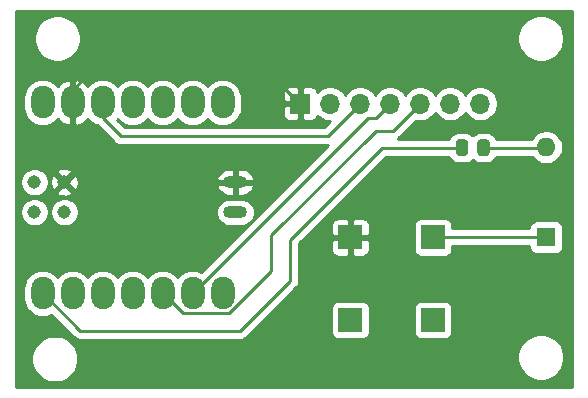
<source format=gbr>
%TF.GenerationSoftware,KiCad,Pcbnew,(5.1.9)-1*%
%TF.CreationDate,2021-06-20T17:52:24+02:00*%
%TF.ProjectId,Air-Quality,4169722d-5175-4616-9c69-74792e6b6963,rev?*%
%TF.SameCoordinates,Original*%
%TF.FileFunction,Copper,L1,Top*%
%TF.FilePolarity,Positive*%
%FSLAX46Y46*%
G04 Gerber Fmt 4.6, Leading zero omitted, Abs format (unit mm)*
G04 Created by KiCad (PCBNEW (5.1.9)-1) date 2021-06-20 17:52:24*
%MOMM*%
%LPD*%
G01*
G04 APERTURE LIST*
%TA.AperFunction,ComponentPad*%
%ADD10R,1.600000X1.600000*%
%TD*%
%TA.AperFunction,ComponentPad*%
%ADD11O,1.600000X1.600000*%
%TD*%
%TA.AperFunction,SMDPad,CuDef*%
%ADD12C,1.143000*%
%TD*%
%TA.AperFunction,SMDPad,CuDef*%
%ADD13O,2.032000X1.016000*%
%TD*%
%TA.AperFunction,SMDPad,CuDef*%
%ADD14O,1.998980X2.748280*%
%TD*%
%TA.AperFunction,SMDPad,CuDef*%
%ADD15R,2.000000X2.000000*%
%TD*%
%TA.AperFunction,ComponentPad*%
%ADD16R,1.700000X1.700000*%
%TD*%
%TA.AperFunction,ComponentPad*%
%ADD17O,1.700000X1.700000*%
%TD*%
%TA.AperFunction,Conductor*%
%ADD18C,0.250000*%
%TD*%
%TA.AperFunction,Conductor*%
%ADD19C,0.254000*%
%TD*%
%TA.AperFunction,Conductor*%
%ADD20C,0.100000*%
%TD*%
G04 APERTURE END LIST*
D10*
%TO.P,SW2,1*%
%TO.N,Net-(BZ1-Pad1)*%
X158153100Y-49949100D03*
D11*
%TO.P,SW2,2*%
%TO.N,Net-(R7-Pad2)*%
X158153100Y-42329100D03*
%TD*%
D12*
%TO.P,U1,20*%
%TO.N,GND*%
X117365213Y-45285597D03*
%TO.P,U1,19*%
%TO.N,Net-(U1-Pad19)*%
X117365213Y-47825597D03*
%TO.P,U1,18*%
%TO.N,Net-(U1-Pad18)*%
X114825213Y-45285597D03*
%TO.P,U1,17*%
%TO.N,Net-(U1-Pad17)*%
X114825213Y-47825597D03*
D13*
%TO.P,U1,16*%
%TO.N,GND*%
X131829400Y-45274400D03*
%TO.P,U1,15*%
%TO.N,Net-(U1-Pad15)*%
X131829400Y-47824400D03*
D14*
%TO.P,U1,1*%
%TO.N,Net-(R7-Pad1)*%
X115511580Y-54691280D03*
%TO.P,U1,2*%
%TO.N,Net-(U1-Pad2)*%
X118051580Y-54691280D03*
%TO.P,U1,3*%
%TO.N,Net-(U1-Pad3)*%
X120591580Y-54691280D03*
%TO.P,U1,4*%
%TO.N,Net-(U1-Pad4)*%
X123131580Y-54691280D03*
%TO.P,U1,5*%
%TO.N,/SDA*%
X125671580Y-54691280D03*
%TO.P,U1,6*%
%TO.N,/SCL*%
X128211580Y-54691280D03*
%TO.P,U1,7*%
%TO.N,Net-(U1-Pad7)*%
X130751580Y-54691280D03*
%TO.P,U1,8*%
%TO.N,Net-(U1-Pad8)*%
X130751580Y-38526720D03*
%TO.P,U1,9*%
%TO.N,Net-(U1-Pad9)*%
X128211580Y-38526720D03*
%TO.P,U1,10*%
%TO.N,Net-(U1-Pad10)*%
X125671580Y-38526720D03*
%TO.P,U1,11*%
%TO.N,Net-(U1-Pad11)*%
X123131580Y-38526720D03*
%TO.P,U1,12*%
%TO.N,+3V3*%
X120591580Y-38526720D03*
%TO.P,U1,13*%
%TO.N,GND*%
X118051580Y-38526720D03*
%TO.P,U1,14*%
%TO.N,Net-(U1-Pad14)*%
X115511580Y-38526720D03*
%TD*%
D15*
%TO.P,BZ1,4*%
%TO.N,N/C*%
X148572100Y-56954300D03*
%TO.P,BZ1,3*%
X141572100Y-56954300D03*
%TO.P,BZ1,2*%
%TO.N,GND*%
X141572100Y-49954300D03*
%TO.P,BZ1,1*%
%TO.N,Net-(BZ1-Pad1)*%
X148572100Y-49954300D03*
%TD*%
D16*
%TO.P,J1,1*%
%TO.N,GND*%
X137325100Y-38633400D03*
D17*
%TO.P,J1,2*%
%TO.N,Net-(J1-Pad2)*%
X139865100Y-38633400D03*
%TO.P,J1,3*%
%TO.N,+3V3*%
X142405100Y-38633400D03*
%TO.P,J1,4*%
%TO.N,/SCL*%
X144945100Y-38633400D03*
%TO.P,J1,5*%
%TO.N,/SDA*%
X147485100Y-38633400D03*
%TO.P,J1,6*%
%TO.N,Net-(J1-Pad6)*%
X150025100Y-38633400D03*
%TO.P,J1,7*%
%TO.N,Net-(J1-Pad7)*%
X152565100Y-38633400D03*
%TD*%
%TO.P,R7,1*%
%TO.N,Net-(R7-Pad1)*%
%TA.AperFunction,SMDPad,CuDef*%
G36*
G01*
X150505100Y-42804501D02*
X150505100Y-41904499D01*
G75*
G02*
X150755099Y-41654500I249999J0D01*
G01*
X151280101Y-41654500D01*
G75*
G02*
X151530100Y-41904499I0J-249999D01*
G01*
X151530100Y-42804501D01*
G75*
G02*
X151280101Y-43054500I-249999J0D01*
G01*
X150755099Y-43054500D01*
G75*
G02*
X150505100Y-42804501I0J249999D01*
G01*
G37*
%TD.AperFunction*%
%TO.P,R7,2*%
%TO.N,Net-(R7-Pad2)*%
%TA.AperFunction,SMDPad,CuDef*%
G36*
G01*
X152330100Y-42804501D02*
X152330100Y-41904499D01*
G75*
G02*
X152580099Y-41654500I249999J0D01*
G01*
X153105101Y-41654500D01*
G75*
G02*
X153355100Y-41904499I0J-249999D01*
G01*
X153355100Y-42804501D01*
G75*
G02*
X153105101Y-43054500I-249999J0D01*
G01*
X152580099Y-43054500D01*
G75*
G02*
X152330100Y-42804501I0J249999D01*
G01*
G37*
%TD.AperFunction*%
%TD*%
D18*
%TO.N,Net-(BZ1-Pad1)*%
X158147900Y-49954300D02*
X158153100Y-49949100D01*
X148572100Y-49954300D02*
X158147900Y-49954300D01*
%TO.N,GND*%
X118051580Y-38526720D02*
X118051580Y-37434520D01*
X118051580Y-37434520D02*
X119735600Y-35750500D01*
X134442200Y-35750500D02*
X137325100Y-38633400D01*
X119735600Y-35750500D02*
X134442200Y-35750500D01*
%TO.N,+3V3*%
X120591580Y-38526720D02*
X120591580Y-39857680D01*
X120591580Y-39857680D02*
X122135900Y-41402000D01*
X139636500Y-41402000D02*
X142405100Y-38633400D01*
X122135900Y-41402000D02*
X139636500Y-41402000D01*
%TO.N,/SCL*%
X143094459Y-39808401D02*
X128211580Y-54691280D01*
X143770099Y-39808401D02*
X143094459Y-39808401D01*
X144945100Y-38633400D02*
X143770099Y-39808401D01*
%TO.N,/SDA*%
X131300205Y-56390430D02*
X134886700Y-52803935D01*
X127370730Y-56390430D02*
X131300205Y-56390430D01*
X125671580Y-54691280D02*
X127370730Y-56390430D01*
X134886700Y-52803935D02*
X134886700Y-49771300D01*
X134886700Y-49771300D02*
X143713200Y-40944800D01*
X145173700Y-40944800D02*
X147485100Y-38633400D01*
X143713200Y-40944800D02*
X145173700Y-40944800D01*
%TO.N,Net-(R7-Pad1)*%
X115511580Y-54691280D02*
X118681500Y-57861200D01*
X118681500Y-57861200D02*
X132257800Y-57861200D01*
X132257800Y-57861200D02*
X136486900Y-53632100D01*
X136486900Y-53632100D02*
X136486900Y-50139600D01*
X144272000Y-42354500D02*
X151017600Y-42354500D01*
X136486900Y-50139600D02*
X144272000Y-42354500D01*
%TO.N,Net-(R7-Pad2)*%
X158127700Y-42354500D02*
X158153100Y-42329100D01*
X152842600Y-42354500D02*
X158127700Y-42354500D01*
%TD*%
D19*
%TO.N,GND*%
X160376000Y-62624100D02*
X113220100Y-62624100D01*
X113220100Y-60053295D01*
X114562900Y-60053295D01*
X114562900Y-60444305D01*
X114639182Y-60827803D01*
X114788815Y-61189050D01*
X115006049Y-61514164D01*
X115282536Y-61790651D01*
X115607650Y-62007885D01*
X115968897Y-62157518D01*
X116352395Y-62233800D01*
X116743405Y-62233800D01*
X117126903Y-62157518D01*
X117488150Y-62007885D01*
X117813264Y-61790651D01*
X118089751Y-61514164D01*
X118306985Y-61189050D01*
X118456618Y-60827803D01*
X118532900Y-60444305D01*
X118532900Y-60053295D01*
X118505113Y-59913595D01*
X155710900Y-59913595D01*
X155710900Y-60304605D01*
X155787182Y-60688103D01*
X155936815Y-61049350D01*
X156154049Y-61374464D01*
X156430536Y-61650951D01*
X156755650Y-61868185D01*
X157116897Y-62017818D01*
X157500395Y-62094100D01*
X157891405Y-62094100D01*
X158274903Y-62017818D01*
X158636150Y-61868185D01*
X158961264Y-61650951D01*
X159237751Y-61374464D01*
X159454985Y-61049350D01*
X159604618Y-60688103D01*
X159680900Y-60304605D01*
X159680900Y-59913595D01*
X159604618Y-59530097D01*
X159454985Y-59168850D01*
X159237751Y-58843736D01*
X158961264Y-58567249D01*
X158636150Y-58350015D01*
X158274903Y-58200382D01*
X157891405Y-58124100D01*
X157500395Y-58124100D01*
X157116897Y-58200382D01*
X156755650Y-58350015D01*
X156430536Y-58567249D01*
X156154049Y-58843736D01*
X155936815Y-59168850D01*
X155787182Y-59530097D01*
X155710900Y-59913595D01*
X118505113Y-59913595D01*
X118456618Y-59669797D01*
X118306985Y-59308550D01*
X118089751Y-58983436D01*
X117813264Y-58706949D01*
X117488150Y-58489715D01*
X117126903Y-58340082D01*
X116743405Y-58263800D01*
X116352395Y-58263800D01*
X115968897Y-58340082D01*
X115607650Y-58489715D01*
X115282536Y-58706949D01*
X115006049Y-58983436D01*
X114788815Y-59308550D01*
X114639182Y-59669797D01*
X114562900Y-60053295D01*
X113220100Y-60053295D01*
X113220100Y-54236339D01*
X113877090Y-54236339D01*
X113877090Y-55146222D01*
X113900740Y-55386346D01*
X113994202Y-55694449D01*
X114145976Y-55978397D01*
X114350230Y-56227281D01*
X114599114Y-56431534D01*
X114883062Y-56583308D01*
X115191165Y-56676770D01*
X115511580Y-56708328D01*
X115831996Y-56676770D01*
X116140099Y-56583308D01*
X116263075Y-56517576D01*
X118117701Y-58372203D01*
X118141499Y-58401201D01*
X118257224Y-58496174D01*
X118389253Y-58566746D01*
X118532514Y-58610203D01*
X118644167Y-58621200D01*
X118644177Y-58621200D01*
X118681500Y-58624876D01*
X118718823Y-58621200D01*
X132220478Y-58621200D01*
X132257800Y-58624876D01*
X132295122Y-58621200D01*
X132295133Y-58621200D01*
X132406786Y-58610203D01*
X132550047Y-58566746D01*
X132682076Y-58496174D01*
X132797801Y-58401201D01*
X132821604Y-58372197D01*
X135239501Y-55954300D01*
X139934028Y-55954300D01*
X139934028Y-57954300D01*
X139946288Y-58078782D01*
X139982598Y-58198480D01*
X140041563Y-58308794D01*
X140120915Y-58405485D01*
X140217606Y-58484837D01*
X140327920Y-58543802D01*
X140447618Y-58580112D01*
X140572100Y-58592372D01*
X142572100Y-58592372D01*
X142696582Y-58580112D01*
X142816280Y-58543802D01*
X142926594Y-58484837D01*
X143023285Y-58405485D01*
X143102637Y-58308794D01*
X143161602Y-58198480D01*
X143197912Y-58078782D01*
X143210172Y-57954300D01*
X143210172Y-55954300D01*
X146934028Y-55954300D01*
X146934028Y-57954300D01*
X146946288Y-58078782D01*
X146982598Y-58198480D01*
X147041563Y-58308794D01*
X147120915Y-58405485D01*
X147217606Y-58484837D01*
X147327920Y-58543802D01*
X147447618Y-58580112D01*
X147572100Y-58592372D01*
X149572100Y-58592372D01*
X149696582Y-58580112D01*
X149816280Y-58543802D01*
X149926594Y-58484837D01*
X150023285Y-58405485D01*
X150102637Y-58308794D01*
X150161602Y-58198480D01*
X150197912Y-58078782D01*
X150210172Y-57954300D01*
X150210172Y-55954300D01*
X150197912Y-55829818D01*
X150161602Y-55710120D01*
X150102637Y-55599806D01*
X150023285Y-55503115D01*
X149926594Y-55423763D01*
X149816280Y-55364798D01*
X149696582Y-55328488D01*
X149572100Y-55316228D01*
X147572100Y-55316228D01*
X147447618Y-55328488D01*
X147327920Y-55364798D01*
X147217606Y-55423763D01*
X147120915Y-55503115D01*
X147041563Y-55599806D01*
X146982598Y-55710120D01*
X146946288Y-55829818D01*
X146934028Y-55954300D01*
X143210172Y-55954300D01*
X143197912Y-55829818D01*
X143161602Y-55710120D01*
X143102637Y-55599806D01*
X143023285Y-55503115D01*
X142926594Y-55423763D01*
X142816280Y-55364798D01*
X142696582Y-55328488D01*
X142572100Y-55316228D01*
X140572100Y-55316228D01*
X140447618Y-55328488D01*
X140327920Y-55364798D01*
X140217606Y-55423763D01*
X140120915Y-55503115D01*
X140041563Y-55599806D01*
X139982598Y-55710120D01*
X139946288Y-55829818D01*
X139934028Y-55954300D01*
X135239501Y-55954300D01*
X136997904Y-54195898D01*
X137026901Y-54172101D01*
X137121874Y-54056376D01*
X137192446Y-53924347D01*
X137235903Y-53781086D01*
X137246900Y-53669433D01*
X137246900Y-53669432D01*
X137250577Y-53632100D01*
X137246900Y-53594767D01*
X137246900Y-50954300D01*
X139934028Y-50954300D01*
X139946288Y-51078782D01*
X139982598Y-51198480D01*
X140041563Y-51308794D01*
X140120915Y-51405485D01*
X140217606Y-51484837D01*
X140327920Y-51543802D01*
X140447618Y-51580112D01*
X140572100Y-51592372D01*
X141286350Y-51589300D01*
X141445100Y-51430550D01*
X141445100Y-50081300D01*
X141699100Y-50081300D01*
X141699100Y-51430550D01*
X141857850Y-51589300D01*
X142572100Y-51592372D01*
X142696582Y-51580112D01*
X142816280Y-51543802D01*
X142926594Y-51484837D01*
X143023285Y-51405485D01*
X143102637Y-51308794D01*
X143161602Y-51198480D01*
X143197912Y-51078782D01*
X143210172Y-50954300D01*
X143207100Y-50240050D01*
X143048350Y-50081300D01*
X141699100Y-50081300D01*
X141445100Y-50081300D01*
X140095850Y-50081300D01*
X139937100Y-50240050D01*
X139934028Y-50954300D01*
X137246900Y-50954300D01*
X137246900Y-50454401D01*
X138747001Y-48954300D01*
X139934028Y-48954300D01*
X139937100Y-49668550D01*
X140095850Y-49827300D01*
X141445100Y-49827300D01*
X141445100Y-48478050D01*
X141699100Y-48478050D01*
X141699100Y-49827300D01*
X143048350Y-49827300D01*
X143207100Y-49668550D01*
X143210172Y-48954300D01*
X146934028Y-48954300D01*
X146934028Y-50954300D01*
X146946288Y-51078782D01*
X146982598Y-51198480D01*
X147041563Y-51308794D01*
X147120915Y-51405485D01*
X147217606Y-51484837D01*
X147327920Y-51543802D01*
X147447618Y-51580112D01*
X147572100Y-51592372D01*
X149572100Y-51592372D01*
X149696582Y-51580112D01*
X149816280Y-51543802D01*
X149926594Y-51484837D01*
X150023285Y-51405485D01*
X150102637Y-51308794D01*
X150161602Y-51198480D01*
X150197912Y-51078782D01*
X150210172Y-50954300D01*
X150210172Y-50714300D01*
X156715028Y-50714300D01*
X156715028Y-50749100D01*
X156727288Y-50873582D01*
X156763598Y-50993280D01*
X156822563Y-51103594D01*
X156901915Y-51200285D01*
X156998606Y-51279637D01*
X157108920Y-51338602D01*
X157228618Y-51374912D01*
X157353100Y-51387172D01*
X158953100Y-51387172D01*
X159077582Y-51374912D01*
X159197280Y-51338602D01*
X159307594Y-51279637D01*
X159404285Y-51200285D01*
X159483637Y-51103594D01*
X159542602Y-50993280D01*
X159578912Y-50873582D01*
X159591172Y-50749100D01*
X159591172Y-49149100D01*
X159578912Y-49024618D01*
X159542602Y-48904920D01*
X159483637Y-48794606D01*
X159404285Y-48697915D01*
X159307594Y-48618563D01*
X159197280Y-48559598D01*
X159077582Y-48523288D01*
X158953100Y-48511028D01*
X157353100Y-48511028D01*
X157228618Y-48523288D01*
X157108920Y-48559598D01*
X156998606Y-48618563D01*
X156901915Y-48697915D01*
X156822563Y-48794606D01*
X156763598Y-48904920D01*
X156727288Y-49024618D01*
X156715028Y-49149100D01*
X156715028Y-49194300D01*
X150210172Y-49194300D01*
X150210172Y-48954300D01*
X150197912Y-48829818D01*
X150161602Y-48710120D01*
X150102637Y-48599806D01*
X150023285Y-48503115D01*
X149926594Y-48423763D01*
X149816280Y-48364798D01*
X149696582Y-48328488D01*
X149572100Y-48316228D01*
X147572100Y-48316228D01*
X147447618Y-48328488D01*
X147327920Y-48364798D01*
X147217606Y-48423763D01*
X147120915Y-48503115D01*
X147041563Y-48599806D01*
X146982598Y-48710120D01*
X146946288Y-48829818D01*
X146934028Y-48954300D01*
X143210172Y-48954300D01*
X143197912Y-48829818D01*
X143161602Y-48710120D01*
X143102637Y-48599806D01*
X143023285Y-48503115D01*
X142926594Y-48423763D01*
X142816280Y-48364798D01*
X142696582Y-48328488D01*
X142572100Y-48316228D01*
X141857850Y-48319300D01*
X141699100Y-48478050D01*
X141445100Y-48478050D01*
X141286350Y-48319300D01*
X140572100Y-48316228D01*
X140447618Y-48328488D01*
X140327920Y-48364798D01*
X140217606Y-48423763D01*
X140120915Y-48503115D01*
X140041563Y-48599806D01*
X139982598Y-48710120D01*
X139946288Y-48829818D01*
X139934028Y-48954300D01*
X138747001Y-48954300D01*
X144586802Y-43114500D01*
X149925573Y-43114500D01*
X149934628Y-43144351D01*
X150016695Y-43297887D01*
X150127138Y-43432462D01*
X150261713Y-43542905D01*
X150415249Y-43624972D01*
X150581845Y-43675508D01*
X150755099Y-43692572D01*
X151280101Y-43692572D01*
X151453355Y-43675508D01*
X151619951Y-43624972D01*
X151773487Y-43542905D01*
X151908062Y-43432462D01*
X151930100Y-43405609D01*
X151952138Y-43432462D01*
X152086713Y-43542905D01*
X152240249Y-43624972D01*
X152406845Y-43675508D01*
X152580099Y-43692572D01*
X153105101Y-43692572D01*
X153278355Y-43675508D01*
X153444951Y-43624972D01*
X153598487Y-43542905D01*
X153733062Y-43432462D01*
X153843505Y-43297887D01*
X153925572Y-43144351D01*
X153934627Y-43114500D01*
X156952028Y-43114500D01*
X157038463Y-43243859D01*
X157238341Y-43443737D01*
X157473373Y-43600780D01*
X157734526Y-43708953D01*
X158011765Y-43764100D01*
X158294435Y-43764100D01*
X158571674Y-43708953D01*
X158832827Y-43600780D01*
X159067859Y-43443737D01*
X159267737Y-43243859D01*
X159424780Y-43008827D01*
X159532953Y-42747674D01*
X159588100Y-42470435D01*
X159588100Y-42187765D01*
X159532953Y-41910526D01*
X159424780Y-41649373D01*
X159267737Y-41414341D01*
X159067859Y-41214463D01*
X158832827Y-41057420D01*
X158571674Y-40949247D01*
X158294435Y-40894100D01*
X158011765Y-40894100D01*
X157734526Y-40949247D01*
X157473373Y-41057420D01*
X157238341Y-41214463D01*
X157038463Y-41414341D01*
X156918085Y-41594500D01*
X153934627Y-41594500D01*
X153925572Y-41564649D01*
X153843505Y-41411113D01*
X153733062Y-41276538D01*
X153598487Y-41166095D01*
X153444951Y-41084028D01*
X153278355Y-41033492D01*
X153105101Y-41016428D01*
X152580099Y-41016428D01*
X152406845Y-41033492D01*
X152240249Y-41084028D01*
X152086713Y-41166095D01*
X151952138Y-41276538D01*
X151930100Y-41303391D01*
X151908062Y-41276538D01*
X151773487Y-41166095D01*
X151619951Y-41084028D01*
X151453355Y-41033492D01*
X151280101Y-41016428D01*
X150755099Y-41016428D01*
X150581845Y-41033492D01*
X150415249Y-41084028D01*
X150261713Y-41166095D01*
X150127138Y-41276538D01*
X150016695Y-41411113D01*
X149934628Y-41564649D01*
X149925573Y-41594500D01*
X145570426Y-41594500D01*
X145597976Y-41579774D01*
X145713701Y-41484801D01*
X145737504Y-41455797D01*
X147118692Y-40074610D01*
X147338840Y-40118400D01*
X147631360Y-40118400D01*
X147918258Y-40061332D01*
X148188511Y-39949390D01*
X148431732Y-39786875D01*
X148638575Y-39580032D01*
X148755100Y-39405640D01*
X148871625Y-39580032D01*
X149078468Y-39786875D01*
X149321689Y-39949390D01*
X149591942Y-40061332D01*
X149878840Y-40118400D01*
X150171360Y-40118400D01*
X150458258Y-40061332D01*
X150728511Y-39949390D01*
X150971732Y-39786875D01*
X151178575Y-39580032D01*
X151295100Y-39405640D01*
X151411625Y-39580032D01*
X151618468Y-39786875D01*
X151861689Y-39949390D01*
X152131942Y-40061332D01*
X152418840Y-40118400D01*
X152711360Y-40118400D01*
X152998258Y-40061332D01*
X153268511Y-39949390D01*
X153511732Y-39786875D01*
X153718575Y-39580032D01*
X153881090Y-39336811D01*
X153993032Y-39066558D01*
X154050100Y-38779660D01*
X154050100Y-38487140D01*
X153993032Y-38200242D01*
X153881090Y-37929989D01*
X153718575Y-37686768D01*
X153511732Y-37479925D01*
X153268511Y-37317410D01*
X152998258Y-37205468D01*
X152711360Y-37148400D01*
X152418840Y-37148400D01*
X152131942Y-37205468D01*
X151861689Y-37317410D01*
X151618468Y-37479925D01*
X151411625Y-37686768D01*
X151295100Y-37861160D01*
X151178575Y-37686768D01*
X150971732Y-37479925D01*
X150728511Y-37317410D01*
X150458258Y-37205468D01*
X150171360Y-37148400D01*
X149878840Y-37148400D01*
X149591942Y-37205468D01*
X149321689Y-37317410D01*
X149078468Y-37479925D01*
X148871625Y-37686768D01*
X148755100Y-37861160D01*
X148638575Y-37686768D01*
X148431732Y-37479925D01*
X148188511Y-37317410D01*
X147918258Y-37205468D01*
X147631360Y-37148400D01*
X147338840Y-37148400D01*
X147051942Y-37205468D01*
X146781689Y-37317410D01*
X146538468Y-37479925D01*
X146331625Y-37686768D01*
X146215100Y-37861160D01*
X146098575Y-37686768D01*
X145891732Y-37479925D01*
X145648511Y-37317410D01*
X145378258Y-37205468D01*
X145091360Y-37148400D01*
X144798840Y-37148400D01*
X144511942Y-37205468D01*
X144241689Y-37317410D01*
X143998468Y-37479925D01*
X143791625Y-37686768D01*
X143675100Y-37861160D01*
X143558575Y-37686768D01*
X143351732Y-37479925D01*
X143108511Y-37317410D01*
X142838258Y-37205468D01*
X142551360Y-37148400D01*
X142258840Y-37148400D01*
X141971942Y-37205468D01*
X141701689Y-37317410D01*
X141458468Y-37479925D01*
X141251625Y-37686768D01*
X141135100Y-37861160D01*
X141018575Y-37686768D01*
X140811732Y-37479925D01*
X140568511Y-37317410D01*
X140298258Y-37205468D01*
X140011360Y-37148400D01*
X139718840Y-37148400D01*
X139431942Y-37205468D01*
X139161689Y-37317410D01*
X138918468Y-37479925D01*
X138786613Y-37611780D01*
X138764602Y-37539220D01*
X138705637Y-37428906D01*
X138626285Y-37332215D01*
X138529594Y-37252863D01*
X138419280Y-37193898D01*
X138299582Y-37157588D01*
X138175100Y-37145328D01*
X137610850Y-37148400D01*
X137452100Y-37307150D01*
X137452100Y-38506400D01*
X137472100Y-38506400D01*
X137472100Y-38760400D01*
X137452100Y-38760400D01*
X137452100Y-39959650D01*
X137610850Y-40118400D01*
X138175100Y-40121472D01*
X138299582Y-40109212D01*
X138419280Y-40072902D01*
X138529594Y-40013937D01*
X138626285Y-39934585D01*
X138705637Y-39837894D01*
X138764602Y-39727580D01*
X138786613Y-39655020D01*
X138918468Y-39786875D01*
X139161689Y-39949390D01*
X139431942Y-40061332D01*
X139718840Y-40118400D01*
X139845299Y-40118400D01*
X139321699Y-40642000D01*
X122450702Y-40642000D01*
X121806341Y-39997640D01*
X121861580Y-39930331D01*
X121970230Y-40062721D01*
X122219114Y-40266974D01*
X122503062Y-40418748D01*
X122811165Y-40512210D01*
X123131580Y-40543768D01*
X123451996Y-40512210D01*
X123760099Y-40418748D01*
X124044047Y-40266974D01*
X124292931Y-40062721D01*
X124401580Y-39930331D01*
X124510230Y-40062721D01*
X124759114Y-40266974D01*
X125043062Y-40418748D01*
X125351165Y-40512210D01*
X125671580Y-40543768D01*
X125991996Y-40512210D01*
X126300099Y-40418748D01*
X126584047Y-40266974D01*
X126832931Y-40062721D01*
X126941580Y-39930331D01*
X127050230Y-40062721D01*
X127299114Y-40266974D01*
X127583062Y-40418748D01*
X127891165Y-40512210D01*
X128211580Y-40543768D01*
X128531996Y-40512210D01*
X128840099Y-40418748D01*
X129124047Y-40266974D01*
X129372931Y-40062721D01*
X129481580Y-39930331D01*
X129590230Y-40062721D01*
X129839114Y-40266974D01*
X130123062Y-40418748D01*
X130431165Y-40512210D01*
X130751580Y-40543768D01*
X131071996Y-40512210D01*
X131380099Y-40418748D01*
X131664047Y-40266974D01*
X131912931Y-40062721D01*
X132117184Y-39813837D01*
X132268958Y-39529889D01*
X132283060Y-39483400D01*
X135837028Y-39483400D01*
X135849288Y-39607882D01*
X135885598Y-39727580D01*
X135944563Y-39837894D01*
X136023915Y-39934585D01*
X136120606Y-40013937D01*
X136230920Y-40072902D01*
X136350618Y-40109212D01*
X136475100Y-40121472D01*
X137039350Y-40118400D01*
X137198100Y-39959650D01*
X137198100Y-38760400D01*
X135998850Y-38760400D01*
X135840100Y-38919150D01*
X135837028Y-39483400D01*
X132283060Y-39483400D01*
X132362420Y-39221786D01*
X132386070Y-38981661D01*
X132386070Y-38071778D01*
X132362420Y-37831654D01*
X132347783Y-37783400D01*
X135837028Y-37783400D01*
X135840100Y-38347650D01*
X135998850Y-38506400D01*
X137198100Y-38506400D01*
X137198100Y-37307150D01*
X137039350Y-37148400D01*
X136475100Y-37145328D01*
X136350618Y-37157588D01*
X136230920Y-37193898D01*
X136120606Y-37252863D01*
X136023915Y-37332215D01*
X135944563Y-37428906D01*
X135885598Y-37539220D01*
X135849288Y-37658918D01*
X135837028Y-37783400D01*
X132347783Y-37783400D01*
X132268958Y-37523551D01*
X132117184Y-37239603D01*
X131912931Y-36990719D01*
X131664046Y-36786466D01*
X131380098Y-36634692D01*
X131071995Y-36541230D01*
X130751580Y-36509672D01*
X130431164Y-36541230D01*
X130123061Y-36634692D01*
X129839113Y-36786466D01*
X129590229Y-36990719D01*
X129481580Y-37123109D01*
X129372931Y-36990719D01*
X129124046Y-36786466D01*
X128840098Y-36634692D01*
X128531995Y-36541230D01*
X128211580Y-36509672D01*
X127891164Y-36541230D01*
X127583061Y-36634692D01*
X127299113Y-36786466D01*
X127050229Y-36990719D01*
X126941580Y-37123109D01*
X126832931Y-36990719D01*
X126584046Y-36786466D01*
X126300098Y-36634692D01*
X125991995Y-36541230D01*
X125671580Y-36509672D01*
X125351164Y-36541230D01*
X125043061Y-36634692D01*
X124759113Y-36786466D01*
X124510229Y-36990719D01*
X124401580Y-37123109D01*
X124292931Y-36990719D01*
X124044046Y-36786466D01*
X123760098Y-36634692D01*
X123451995Y-36541230D01*
X123131580Y-36509672D01*
X122811164Y-36541230D01*
X122503061Y-36634692D01*
X122219113Y-36786466D01*
X121970229Y-36990719D01*
X121861580Y-37123109D01*
X121752931Y-36990719D01*
X121504046Y-36786466D01*
X121220098Y-36634692D01*
X120911995Y-36541230D01*
X120591580Y-36509672D01*
X120271164Y-36541230D01*
X119963061Y-36634692D01*
X119679113Y-36786466D01*
X119430229Y-36990719D01*
X119323332Y-37120975D01*
X119117536Y-36906508D01*
X118854057Y-36722483D01*
X118559739Y-36593397D01*
X118431934Y-36562451D01*
X118178580Y-36681805D01*
X118178580Y-38399720D01*
X118198580Y-38399720D01*
X118198580Y-38653720D01*
X118178580Y-38653720D01*
X118178580Y-40371635D01*
X118431934Y-40490989D01*
X118559739Y-40460043D01*
X118854057Y-40330957D01*
X119117536Y-40146932D01*
X119323332Y-39932465D01*
X119430230Y-40062721D01*
X119679114Y-40266974D01*
X119963062Y-40418748D01*
X120127828Y-40468729D01*
X121572101Y-41913003D01*
X121595899Y-41942001D01*
X121711624Y-42036974D01*
X121843653Y-42107546D01*
X121986914Y-42151003D01*
X122098567Y-42162000D01*
X122098576Y-42162000D01*
X122135899Y-42165676D01*
X122173222Y-42162000D01*
X139599178Y-42162000D01*
X139636500Y-42165676D01*
X139665210Y-42162848D01*
X128963074Y-52864985D01*
X128840098Y-52799252D01*
X128531995Y-52705790D01*
X128211580Y-52674232D01*
X127891164Y-52705790D01*
X127583061Y-52799252D01*
X127299113Y-52951026D01*
X127050229Y-53155279D01*
X126941580Y-53287669D01*
X126832931Y-53155279D01*
X126584046Y-52951026D01*
X126300098Y-52799252D01*
X125991995Y-52705790D01*
X125671580Y-52674232D01*
X125351164Y-52705790D01*
X125043061Y-52799252D01*
X124759113Y-52951026D01*
X124510229Y-53155279D01*
X124401580Y-53287669D01*
X124292931Y-53155279D01*
X124044046Y-52951026D01*
X123760098Y-52799252D01*
X123451995Y-52705790D01*
X123131580Y-52674232D01*
X122811164Y-52705790D01*
X122503061Y-52799252D01*
X122219113Y-52951026D01*
X121970229Y-53155279D01*
X121861580Y-53287669D01*
X121752931Y-53155279D01*
X121504046Y-52951026D01*
X121220098Y-52799252D01*
X120911995Y-52705790D01*
X120591580Y-52674232D01*
X120271164Y-52705790D01*
X119963061Y-52799252D01*
X119679113Y-52951026D01*
X119430229Y-53155279D01*
X119321580Y-53287669D01*
X119212931Y-53155279D01*
X118964046Y-52951026D01*
X118680098Y-52799252D01*
X118371995Y-52705790D01*
X118051580Y-52674232D01*
X117731164Y-52705790D01*
X117423061Y-52799252D01*
X117139113Y-52951026D01*
X116890229Y-53155279D01*
X116781580Y-53287669D01*
X116672931Y-53155279D01*
X116424046Y-52951026D01*
X116140098Y-52799252D01*
X115831995Y-52705790D01*
X115511580Y-52674232D01*
X115191164Y-52705790D01*
X114883061Y-52799252D01*
X114599113Y-52951026D01*
X114350229Y-53155279D01*
X114145976Y-53404164D01*
X113994202Y-53688112D01*
X113900740Y-53996215D01*
X113877090Y-54236339D01*
X113220100Y-54236339D01*
X113220100Y-47706767D01*
X113618713Y-47706767D01*
X113618713Y-47944427D01*
X113665078Y-48177520D01*
X113756026Y-48397089D01*
X113888063Y-48594696D01*
X114056114Y-48762747D01*
X114253721Y-48894784D01*
X114473290Y-48985732D01*
X114706383Y-49032097D01*
X114944043Y-49032097D01*
X115177136Y-48985732D01*
X115396705Y-48894784D01*
X115594312Y-48762747D01*
X115762363Y-48594696D01*
X115894400Y-48397089D01*
X115985348Y-48177520D01*
X116031713Y-47944427D01*
X116031713Y-47706767D01*
X116158713Y-47706767D01*
X116158713Y-47944427D01*
X116205078Y-48177520D01*
X116296026Y-48397089D01*
X116428063Y-48594696D01*
X116596114Y-48762747D01*
X116793721Y-48894784D01*
X117013290Y-48985732D01*
X117246383Y-49032097D01*
X117484043Y-49032097D01*
X117717136Y-48985732D01*
X117936705Y-48894784D01*
X118134312Y-48762747D01*
X118302363Y-48594696D01*
X118434400Y-48397089D01*
X118525348Y-48177520D01*
X118571713Y-47944427D01*
X118571713Y-47824400D01*
X130172870Y-47824400D01*
X130194939Y-48048467D01*
X130260297Y-48263923D01*
X130366432Y-48462489D01*
X130509267Y-48636533D01*
X130683311Y-48779368D01*
X130881877Y-48885503D01*
X131097333Y-48950861D01*
X131265254Y-48967400D01*
X132393546Y-48967400D01*
X132561467Y-48950861D01*
X132776923Y-48885503D01*
X132975489Y-48779368D01*
X133149533Y-48636533D01*
X133292368Y-48462489D01*
X133398503Y-48263923D01*
X133463861Y-48048467D01*
X133485930Y-47824400D01*
X133463861Y-47600333D01*
X133398503Y-47384877D01*
X133292368Y-47186311D01*
X133149533Y-47012267D01*
X132975489Y-46869432D01*
X132776923Y-46763297D01*
X132561467Y-46697939D01*
X132393546Y-46681400D01*
X131265254Y-46681400D01*
X131097333Y-46697939D01*
X130881877Y-46763297D01*
X130683311Y-46869432D01*
X130509267Y-47012267D01*
X130366432Y-47186311D01*
X130260297Y-47384877D01*
X130194939Y-47600333D01*
X130172870Y-47824400D01*
X118571713Y-47824400D01*
X118571713Y-47706767D01*
X118525348Y-47473674D01*
X118434400Y-47254105D01*
X118302363Y-47056498D01*
X118134312Y-46888447D01*
X117936705Y-46756410D01*
X117717136Y-46665462D01*
X117484043Y-46619097D01*
X117246383Y-46619097D01*
X117013290Y-46665462D01*
X116793721Y-46756410D01*
X116596114Y-46888447D01*
X116428063Y-47056498D01*
X116296026Y-47254105D01*
X116205078Y-47473674D01*
X116158713Y-47706767D01*
X116031713Y-47706767D01*
X115985348Y-47473674D01*
X115894400Y-47254105D01*
X115762363Y-47056498D01*
X115594312Y-46888447D01*
X115396705Y-46756410D01*
X115177136Y-46665462D01*
X114944043Y-46619097D01*
X114706383Y-46619097D01*
X114473290Y-46665462D01*
X114253721Y-46756410D01*
X114056114Y-46888447D01*
X113888063Y-47056498D01*
X113756026Y-47254105D01*
X113665078Y-47473674D01*
X113618713Y-47706767D01*
X113220100Y-47706767D01*
X113220100Y-45166767D01*
X113618713Y-45166767D01*
X113618713Y-45404427D01*
X113665078Y-45637520D01*
X113756026Y-45857089D01*
X113888063Y-46054696D01*
X114056114Y-46222747D01*
X114253721Y-46354784D01*
X114473290Y-46445732D01*
X114706383Y-46492097D01*
X114944043Y-46492097D01*
X115177136Y-46445732D01*
X115396705Y-46354784D01*
X115594312Y-46222747D01*
X115702092Y-46114967D01*
X116715448Y-46114967D01*
X116759284Y-46335651D01*
X116975782Y-46433685D01*
X117207246Y-46487599D01*
X117444780Y-46495320D01*
X117679256Y-46456553D01*
X117901664Y-46372786D01*
X117971142Y-46335651D01*
X118014978Y-46114967D01*
X117365213Y-45465202D01*
X116715448Y-46114967D01*
X115702092Y-46114967D01*
X115762363Y-46054696D01*
X115894400Y-45857089D01*
X115985348Y-45637520D01*
X116031713Y-45404427D01*
X116031713Y-45365164D01*
X116155490Y-45365164D01*
X116194257Y-45599640D01*
X116278024Y-45822048D01*
X116315159Y-45891526D01*
X116535843Y-45935362D01*
X117185608Y-45285597D01*
X117544818Y-45285597D01*
X118194583Y-45935362D01*
X118415267Y-45891526D01*
X118513301Y-45675028D01*
X118536009Y-45577534D01*
X130219329Y-45577534D01*
X130300474Y-45803820D01*
X130423375Y-45992820D01*
X130580787Y-46154212D01*
X130766660Y-46281793D01*
X130973852Y-46370661D01*
X131194400Y-46417400D01*
X131702400Y-46417400D01*
X131702400Y-45401400D01*
X131956400Y-45401400D01*
X131956400Y-46417400D01*
X132464400Y-46417400D01*
X132684948Y-46370661D01*
X132892140Y-46281793D01*
X133078013Y-46154212D01*
X133235425Y-45992820D01*
X133358326Y-45803820D01*
X133439471Y-45577534D01*
X133313422Y-45401400D01*
X131956400Y-45401400D01*
X131702400Y-45401400D01*
X130345378Y-45401400D01*
X130219329Y-45577534D01*
X118536009Y-45577534D01*
X118567215Y-45443564D01*
X118574936Y-45206030D01*
X118536169Y-44971554D01*
X118536061Y-44971266D01*
X130219329Y-44971266D01*
X130345378Y-45147400D01*
X131702400Y-45147400D01*
X131702400Y-44131400D01*
X131956400Y-44131400D01*
X131956400Y-45147400D01*
X133313422Y-45147400D01*
X133439471Y-44971266D01*
X133358326Y-44744980D01*
X133235425Y-44555980D01*
X133078013Y-44394588D01*
X132892140Y-44267007D01*
X132684948Y-44178139D01*
X132464400Y-44131400D01*
X131956400Y-44131400D01*
X131702400Y-44131400D01*
X131194400Y-44131400D01*
X130973852Y-44178139D01*
X130766660Y-44267007D01*
X130580787Y-44394588D01*
X130423375Y-44555980D01*
X130300474Y-44744980D01*
X130219329Y-44971266D01*
X118536061Y-44971266D01*
X118452402Y-44749146D01*
X118415267Y-44679668D01*
X118194583Y-44635832D01*
X117544818Y-45285597D01*
X117185608Y-45285597D01*
X116535843Y-44635832D01*
X116315159Y-44679668D01*
X116217125Y-44896166D01*
X116163211Y-45127630D01*
X116155490Y-45365164D01*
X116031713Y-45365164D01*
X116031713Y-45166767D01*
X115985348Y-44933674D01*
X115894400Y-44714105D01*
X115762363Y-44516498D01*
X115702092Y-44456227D01*
X116715448Y-44456227D01*
X117365213Y-45105992D01*
X118014978Y-44456227D01*
X117971142Y-44235543D01*
X117754644Y-44137509D01*
X117523180Y-44083595D01*
X117285646Y-44075874D01*
X117051170Y-44114641D01*
X116828762Y-44198408D01*
X116759284Y-44235543D01*
X116715448Y-44456227D01*
X115702092Y-44456227D01*
X115594312Y-44348447D01*
X115396705Y-44216410D01*
X115177136Y-44125462D01*
X114944043Y-44079097D01*
X114706383Y-44079097D01*
X114473290Y-44125462D01*
X114253721Y-44216410D01*
X114056114Y-44348447D01*
X113888063Y-44516498D01*
X113756026Y-44714105D01*
X113665078Y-44933674D01*
X113618713Y-45166767D01*
X113220100Y-45166767D01*
X113220100Y-38071779D01*
X113877090Y-38071779D01*
X113877090Y-38981662D01*
X113900740Y-39221786D01*
X113994202Y-39529889D01*
X114145976Y-39813837D01*
X114350230Y-40062721D01*
X114599114Y-40266974D01*
X114883062Y-40418748D01*
X115191165Y-40512210D01*
X115511580Y-40543768D01*
X115831996Y-40512210D01*
X116140099Y-40418748D01*
X116424047Y-40266974D01*
X116672931Y-40062721D01*
X116779829Y-39932465D01*
X116985624Y-40146932D01*
X117249103Y-40330957D01*
X117543421Y-40460043D01*
X117671226Y-40490989D01*
X117924580Y-40371635D01*
X117924580Y-38653720D01*
X117904580Y-38653720D01*
X117904580Y-38399720D01*
X117924580Y-38399720D01*
X117924580Y-36681805D01*
X117671226Y-36562451D01*
X117543421Y-36593397D01*
X117249103Y-36722483D01*
X116985624Y-36906508D01*
X116779829Y-37120975D01*
X116672931Y-36990719D01*
X116424046Y-36786466D01*
X116140098Y-36634692D01*
X115831995Y-36541230D01*
X115511580Y-36509672D01*
X115191164Y-36541230D01*
X114883061Y-36634692D01*
X114599113Y-36786466D01*
X114350229Y-36990719D01*
X114145976Y-37239604D01*
X113994202Y-37523552D01*
X113900740Y-37831655D01*
X113877090Y-38071779D01*
X113220100Y-38071779D01*
X113220100Y-32913395D01*
X114778800Y-32913395D01*
X114778800Y-33304405D01*
X114855082Y-33687903D01*
X115004715Y-34049150D01*
X115221949Y-34374264D01*
X115498436Y-34650751D01*
X115823550Y-34867985D01*
X116184797Y-35017618D01*
X116568295Y-35093900D01*
X116959305Y-35093900D01*
X117342803Y-35017618D01*
X117704050Y-34867985D01*
X118029164Y-34650751D01*
X118305651Y-34374264D01*
X118522885Y-34049150D01*
X118672518Y-33687903D01*
X118748800Y-33304405D01*
X118748800Y-32913395D01*
X155710900Y-32913395D01*
X155710900Y-33304405D01*
X155787182Y-33687903D01*
X155936815Y-34049150D01*
X156154049Y-34374264D01*
X156430536Y-34650751D01*
X156755650Y-34867985D01*
X157116897Y-35017618D01*
X157500395Y-35093900D01*
X157891405Y-35093900D01*
X158274903Y-35017618D01*
X158636150Y-34867985D01*
X158961264Y-34650751D01*
X159237751Y-34374264D01*
X159454985Y-34049150D01*
X159604618Y-33687903D01*
X159680900Y-33304405D01*
X159680900Y-32913395D01*
X159604618Y-32529897D01*
X159454985Y-32168650D01*
X159237751Y-31843536D01*
X158961264Y-31567049D01*
X158636150Y-31349815D01*
X158274903Y-31200182D01*
X157891405Y-31123900D01*
X157500395Y-31123900D01*
X157116897Y-31200182D01*
X156755650Y-31349815D01*
X156430536Y-31567049D01*
X156154049Y-31843536D01*
X155936815Y-32168650D01*
X155787182Y-32529897D01*
X155710900Y-32913395D01*
X118748800Y-32913395D01*
X118672518Y-32529897D01*
X118522885Y-32168650D01*
X118305651Y-31843536D01*
X118029164Y-31567049D01*
X117704050Y-31349815D01*
X117342803Y-31200182D01*
X116959305Y-31123900D01*
X116568295Y-31123900D01*
X116184797Y-31200182D01*
X115823550Y-31349815D01*
X115498436Y-31567049D01*
X115221949Y-31843536D01*
X115004715Y-32168650D01*
X114855082Y-32529897D01*
X114778800Y-32913395D01*
X113220100Y-32913395D01*
X113220100Y-30797100D01*
X160376001Y-30797100D01*
X160376000Y-62624100D01*
%TA.AperFunction,Conductor*%
D20*
G36*
X160376000Y-62624100D02*
G01*
X113220100Y-62624100D01*
X113220100Y-60053295D01*
X114562900Y-60053295D01*
X114562900Y-60444305D01*
X114639182Y-60827803D01*
X114788815Y-61189050D01*
X115006049Y-61514164D01*
X115282536Y-61790651D01*
X115607650Y-62007885D01*
X115968897Y-62157518D01*
X116352395Y-62233800D01*
X116743405Y-62233800D01*
X117126903Y-62157518D01*
X117488150Y-62007885D01*
X117813264Y-61790651D01*
X118089751Y-61514164D01*
X118306985Y-61189050D01*
X118456618Y-60827803D01*
X118532900Y-60444305D01*
X118532900Y-60053295D01*
X118505113Y-59913595D01*
X155710900Y-59913595D01*
X155710900Y-60304605D01*
X155787182Y-60688103D01*
X155936815Y-61049350D01*
X156154049Y-61374464D01*
X156430536Y-61650951D01*
X156755650Y-61868185D01*
X157116897Y-62017818D01*
X157500395Y-62094100D01*
X157891405Y-62094100D01*
X158274903Y-62017818D01*
X158636150Y-61868185D01*
X158961264Y-61650951D01*
X159237751Y-61374464D01*
X159454985Y-61049350D01*
X159604618Y-60688103D01*
X159680900Y-60304605D01*
X159680900Y-59913595D01*
X159604618Y-59530097D01*
X159454985Y-59168850D01*
X159237751Y-58843736D01*
X158961264Y-58567249D01*
X158636150Y-58350015D01*
X158274903Y-58200382D01*
X157891405Y-58124100D01*
X157500395Y-58124100D01*
X157116897Y-58200382D01*
X156755650Y-58350015D01*
X156430536Y-58567249D01*
X156154049Y-58843736D01*
X155936815Y-59168850D01*
X155787182Y-59530097D01*
X155710900Y-59913595D01*
X118505113Y-59913595D01*
X118456618Y-59669797D01*
X118306985Y-59308550D01*
X118089751Y-58983436D01*
X117813264Y-58706949D01*
X117488150Y-58489715D01*
X117126903Y-58340082D01*
X116743405Y-58263800D01*
X116352395Y-58263800D01*
X115968897Y-58340082D01*
X115607650Y-58489715D01*
X115282536Y-58706949D01*
X115006049Y-58983436D01*
X114788815Y-59308550D01*
X114639182Y-59669797D01*
X114562900Y-60053295D01*
X113220100Y-60053295D01*
X113220100Y-54236339D01*
X113877090Y-54236339D01*
X113877090Y-55146222D01*
X113900740Y-55386346D01*
X113994202Y-55694449D01*
X114145976Y-55978397D01*
X114350230Y-56227281D01*
X114599114Y-56431534D01*
X114883062Y-56583308D01*
X115191165Y-56676770D01*
X115511580Y-56708328D01*
X115831996Y-56676770D01*
X116140099Y-56583308D01*
X116263075Y-56517576D01*
X118117701Y-58372203D01*
X118141499Y-58401201D01*
X118257224Y-58496174D01*
X118389253Y-58566746D01*
X118532514Y-58610203D01*
X118644167Y-58621200D01*
X118644177Y-58621200D01*
X118681500Y-58624876D01*
X118718823Y-58621200D01*
X132220478Y-58621200D01*
X132257800Y-58624876D01*
X132295122Y-58621200D01*
X132295133Y-58621200D01*
X132406786Y-58610203D01*
X132550047Y-58566746D01*
X132682076Y-58496174D01*
X132797801Y-58401201D01*
X132821604Y-58372197D01*
X135239501Y-55954300D01*
X139934028Y-55954300D01*
X139934028Y-57954300D01*
X139946288Y-58078782D01*
X139982598Y-58198480D01*
X140041563Y-58308794D01*
X140120915Y-58405485D01*
X140217606Y-58484837D01*
X140327920Y-58543802D01*
X140447618Y-58580112D01*
X140572100Y-58592372D01*
X142572100Y-58592372D01*
X142696582Y-58580112D01*
X142816280Y-58543802D01*
X142926594Y-58484837D01*
X143023285Y-58405485D01*
X143102637Y-58308794D01*
X143161602Y-58198480D01*
X143197912Y-58078782D01*
X143210172Y-57954300D01*
X143210172Y-55954300D01*
X146934028Y-55954300D01*
X146934028Y-57954300D01*
X146946288Y-58078782D01*
X146982598Y-58198480D01*
X147041563Y-58308794D01*
X147120915Y-58405485D01*
X147217606Y-58484837D01*
X147327920Y-58543802D01*
X147447618Y-58580112D01*
X147572100Y-58592372D01*
X149572100Y-58592372D01*
X149696582Y-58580112D01*
X149816280Y-58543802D01*
X149926594Y-58484837D01*
X150023285Y-58405485D01*
X150102637Y-58308794D01*
X150161602Y-58198480D01*
X150197912Y-58078782D01*
X150210172Y-57954300D01*
X150210172Y-55954300D01*
X150197912Y-55829818D01*
X150161602Y-55710120D01*
X150102637Y-55599806D01*
X150023285Y-55503115D01*
X149926594Y-55423763D01*
X149816280Y-55364798D01*
X149696582Y-55328488D01*
X149572100Y-55316228D01*
X147572100Y-55316228D01*
X147447618Y-55328488D01*
X147327920Y-55364798D01*
X147217606Y-55423763D01*
X147120915Y-55503115D01*
X147041563Y-55599806D01*
X146982598Y-55710120D01*
X146946288Y-55829818D01*
X146934028Y-55954300D01*
X143210172Y-55954300D01*
X143197912Y-55829818D01*
X143161602Y-55710120D01*
X143102637Y-55599806D01*
X143023285Y-55503115D01*
X142926594Y-55423763D01*
X142816280Y-55364798D01*
X142696582Y-55328488D01*
X142572100Y-55316228D01*
X140572100Y-55316228D01*
X140447618Y-55328488D01*
X140327920Y-55364798D01*
X140217606Y-55423763D01*
X140120915Y-55503115D01*
X140041563Y-55599806D01*
X139982598Y-55710120D01*
X139946288Y-55829818D01*
X139934028Y-55954300D01*
X135239501Y-55954300D01*
X136997904Y-54195898D01*
X137026901Y-54172101D01*
X137121874Y-54056376D01*
X137192446Y-53924347D01*
X137235903Y-53781086D01*
X137246900Y-53669433D01*
X137246900Y-53669432D01*
X137250577Y-53632100D01*
X137246900Y-53594767D01*
X137246900Y-50954300D01*
X139934028Y-50954300D01*
X139946288Y-51078782D01*
X139982598Y-51198480D01*
X140041563Y-51308794D01*
X140120915Y-51405485D01*
X140217606Y-51484837D01*
X140327920Y-51543802D01*
X140447618Y-51580112D01*
X140572100Y-51592372D01*
X141286350Y-51589300D01*
X141445100Y-51430550D01*
X141445100Y-50081300D01*
X141699100Y-50081300D01*
X141699100Y-51430550D01*
X141857850Y-51589300D01*
X142572100Y-51592372D01*
X142696582Y-51580112D01*
X142816280Y-51543802D01*
X142926594Y-51484837D01*
X143023285Y-51405485D01*
X143102637Y-51308794D01*
X143161602Y-51198480D01*
X143197912Y-51078782D01*
X143210172Y-50954300D01*
X143207100Y-50240050D01*
X143048350Y-50081300D01*
X141699100Y-50081300D01*
X141445100Y-50081300D01*
X140095850Y-50081300D01*
X139937100Y-50240050D01*
X139934028Y-50954300D01*
X137246900Y-50954300D01*
X137246900Y-50454401D01*
X138747001Y-48954300D01*
X139934028Y-48954300D01*
X139937100Y-49668550D01*
X140095850Y-49827300D01*
X141445100Y-49827300D01*
X141445100Y-48478050D01*
X141699100Y-48478050D01*
X141699100Y-49827300D01*
X143048350Y-49827300D01*
X143207100Y-49668550D01*
X143210172Y-48954300D01*
X146934028Y-48954300D01*
X146934028Y-50954300D01*
X146946288Y-51078782D01*
X146982598Y-51198480D01*
X147041563Y-51308794D01*
X147120915Y-51405485D01*
X147217606Y-51484837D01*
X147327920Y-51543802D01*
X147447618Y-51580112D01*
X147572100Y-51592372D01*
X149572100Y-51592372D01*
X149696582Y-51580112D01*
X149816280Y-51543802D01*
X149926594Y-51484837D01*
X150023285Y-51405485D01*
X150102637Y-51308794D01*
X150161602Y-51198480D01*
X150197912Y-51078782D01*
X150210172Y-50954300D01*
X150210172Y-50714300D01*
X156715028Y-50714300D01*
X156715028Y-50749100D01*
X156727288Y-50873582D01*
X156763598Y-50993280D01*
X156822563Y-51103594D01*
X156901915Y-51200285D01*
X156998606Y-51279637D01*
X157108920Y-51338602D01*
X157228618Y-51374912D01*
X157353100Y-51387172D01*
X158953100Y-51387172D01*
X159077582Y-51374912D01*
X159197280Y-51338602D01*
X159307594Y-51279637D01*
X159404285Y-51200285D01*
X159483637Y-51103594D01*
X159542602Y-50993280D01*
X159578912Y-50873582D01*
X159591172Y-50749100D01*
X159591172Y-49149100D01*
X159578912Y-49024618D01*
X159542602Y-48904920D01*
X159483637Y-48794606D01*
X159404285Y-48697915D01*
X159307594Y-48618563D01*
X159197280Y-48559598D01*
X159077582Y-48523288D01*
X158953100Y-48511028D01*
X157353100Y-48511028D01*
X157228618Y-48523288D01*
X157108920Y-48559598D01*
X156998606Y-48618563D01*
X156901915Y-48697915D01*
X156822563Y-48794606D01*
X156763598Y-48904920D01*
X156727288Y-49024618D01*
X156715028Y-49149100D01*
X156715028Y-49194300D01*
X150210172Y-49194300D01*
X150210172Y-48954300D01*
X150197912Y-48829818D01*
X150161602Y-48710120D01*
X150102637Y-48599806D01*
X150023285Y-48503115D01*
X149926594Y-48423763D01*
X149816280Y-48364798D01*
X149696582Y-48328488D01*
X149572100Y-48316228D01*
X147572100Y-48316228D01*
X147447618Y-48328488D01*
X147327920Y-48364798D01*
X147217606Y-48423763D01*
X147120915Y-48503115D01*
X147041563Y-48599806D01*
X146982598Y-48710120D01*
X146946288Y-48829818D01*
X146934028Y-48954300D01*
X143210172Y-48954300D01*
X143197912Y-48829818D01*
X143161602Y-48710120D01*
X143102637Y-48599806D01*
X143023285Y-48503115D01*
X142926594Y-48423763D01*
X142816280Y-48364798D01*
X142696582Y-48328488D01*
X142572100Y-48316228D01*
X141857850Y-48319300D01*
X141699100Y-48478050D01*
X141445100Y-48478050D01*
X141286350Y-48319300D01*
X140572100Y-48316228D01*
X140447618Y-48328488D01*
X140327920Y-48364798D01*
X140217606Y-48423763D01*
X140120915Y-48503115D01*
X140041563Y-48599806D01*
X139982598Y-48710120D01*
X139946288Y-48829818D01*
X139934028Y-48954300D01*
X138747001Y-48954300D01*
X144586802Y-43114500D01*
X149925573Y-43114500D01*
X149934628Y-43144351D01*
X150016695Y-43297887D01*
X150127138Y-43432462D01*
X150261713Y-43542905D01*
X150415249Y-43624972D01*
X150581845Y-43675508D01*
X150755099Y-43692572D01*
X151280101Y-43692572D01*
X151453355Y-43675508D01*
X151619951Y-43624972D01*
X151773487Y-43542905D01*
X151908062Y-43432462D01*
X151930100Y-43405609D01*
X151952138Y-43432462D01*
X152086713Y-43542905D01*
X152240249Y-43624972D01*
X152406845Y-43675508D01*
X152580099Y-43692572D01*
X153105101Y-43692572D01*
X153278355Y-43675508D01*
X153444951Y-43624972D01*
X153598487Y-43542905D01*
X153733062Y-43432462D01*
X153843505Y-43297887D01*
X153925572Y-43144351D01*
X153934627Y-43114500D01*
X156952028Y-43114500D01*
X157038463Y-43243859D01*
X157238341Y-43443737D01*
X157473373Y-43600780D01*
X157734526Y-43708953D01*
X158011765Y-43764100D01*
X158294435Y-43764100D01*
X158571674Y-43708953D01*
X158832827Y-43600780D01*
X159067859Y-43443737D01*
X159267737Y-43243859D01*
X159424780Y-43008827D01*
X159532953Y-42747674D01*
X159588100Y-42470435D01*
X159588100Y-42187765D01*
X159532953Y-41910526D01*
X159424780Y-41649373D01*
X159267737Y-41414341D01*
X159067859Y-41214463D01*
X158832827Y-41057420D01*
X158571674Y-40949247D01*
X158294435Y-40894100D01*
X158011765Y-40894100D01*
X157734526Y-40949247D01*
X157473373Y-41057420D01*
X157238341Y-41214463D01*
X157038463Y-41414341D01*
X156918085Y-41594500D01*
X153934627Y-41594500D01*
X153925572Y-41564649D01*
X153843505Y-41411113D01*
X153733062Y-41276538D01*
X153598487Y-41166095D01*
X153444951Y-41084028D01*
X153278355Y-41033492D01*
X153105101Y-41016428D01*
X152580099Y-41016428D01*
X152406845Y-41033492D01*
X152240249Y-41084028D01*
X152086713Y-41166095D01*
X151952138Y-41276538D01*
X151930100Y-41303391D01*
X151908062Y-41276538D01*
X151773487Y-41166095D01*
X151619951Y-41084028D01*
X151453355Y-41033492D01*
X151280101Y-41016428D01*
X150755099Y-41016428D01*
X150581845Y-41033492D01*
X150415249Y-41084028D01*
X150261713Y-41166095D01*
X150127138Y-41276538D01*
X150016695Y-41411113D01*
X149934628Y-41564649D01*
X149925573Y-41594500D01*
X145570426Y-41594500D01*
X145597976Y-41579774D01*
X145713701Y-41484801D01*
X145737504Y-41455797D01*
X147118692Y-40074610D01*
X147338840Y-40118400D01*
X147631360Y-40118400D01*
X147918258Y-40061332D01*
X148188511Y-39949390D01*
X148431732Y-39786875D01*
X148638575Y-39580032D01*
X148755100Y-39405640D01*
X148871625Y-39580032D01*
X149078468Y-39786875D01*
X149321689Y-39949390D01*
X149591942Y-40061332D01*
X149878840Y-40118400D01*
X150171360Y-40118400D01*
X150458258Y-40061332D01*
X150728511Y-39949390D01*
X150971732Y-39786875D01*
X151178575Y-39580032D01*
X151295100Y-39405640D01*
X151411625Y-39580032D01*
X151618468Y-39786875D01*
X151861689Y-39949390D01*
X152131942Y-40061332D01*
X152418840Y-40118400D01*
X152711360Y-40118400D01*
X152998258Y-40061332D01*
X153268511Y-39949390D01*
X153511732Y-39786875D01*
X153718575Y-39580032D01*
X153881090Y-39336811D01*
X153993032Y-39066558D01*
X154050100Y-38779660D01*
X154050100Y-38487140D01*
X153993032Y-38200242D01*
X153881090Y-37929989D01*
X153718575Y-37686768D01*
X153511732Y-37479925D01*
X153268511Y-37317410D01*
X152998258Y-37205468D01*
X152711360Y-37148400D01*
X152418840Y-37148400D01*
X152131942Y-37205468D01*
X151861689Y-37317410D01*
X151618468Y-37479925D01*
X151411625Y-37686768D01*
X151295100Y-37861160D01*
X151178575Y-37686768D01*
X150971732Y-37479925D01*
X150728511Y-37317410D01*
X150458258Y-37205468D01*
X150171360Y-37148400D01*
X149878840Y-37148400D01*
X149591942Y-37205468D01*
X149321689Y-37317410D01*
X149078468Y-37479925D01*
X148871625Y-37686768D01*
X148755100Y-37861160D01*
X148638575Y-37686768D01*
X148431732Y-37479925D01*
X148188511Y-37317410D01*
X147918258Y-37205468D01*
X147631360Y-37148400D01*
X147338840Y-37148400D01*
X147051942Y-37205468D01*
X146781689Y-37317410D01*
X146538468Y-37479925D01*
X146331625Y-37686768D01*
X146215100Y-37861160D01*
X146098575Y-37686768D01*
X145891732Y-37479925D01*
X145648511Y-37317410D01*
X145378258Y-37205468D01*
X145091360Y-37148400D01*
X144798840Y-37148400D01*
X144511942Y-37205468D01*
X144241689Y-37317410D01*
X143998468Y-37479925D01*
X143791625Y-37686768D01*
X143675100Y-37861160D01*
X143558575Y-37686768D01*
X143351732Y-37479925D01*
X143108511Y-37317410D01*
X142838258Y-37205468D01*
X142551360Y-37148400D01*
X142258840Y-37148400D01*
X141971942Y-37205468D01*
X141701689Y-37317410D01*
X141458468Y-37479925D01*
X141251625Y-37686768D01*
X141135100Y-37861160D01*
X141018575Y-37686768D01*
X140811732Y-37479925D01*
X140568511Y-37317410D01*
X140298258Y-37205468D01*
X140011360Y-37148400D01*
X139718840Y-37148400D01*
X139431942Y-37205468D01*
X139161689Y-37317410D01*
X138918468Y-37479925D01*
X138786613Y-37611780D01*
X138764602Y-37539220D01*
X138705637Y-37428906D01*
X138626285Y-37332215D01*
X138529594Y-37252863D01*
X138419280Y-37193898D01*
X138299582Y-37157588D01*
X138175100Y-37145328D01*
X137610850Y-37148400D01*
X137452100Y-37307150D01*
X137452100Y-38506400D01*
X137472100Y-38506400D01*
X137472100Y-38760400D01*
X137452100Y-38760400D01*
X137452100Y-39959650D01*
X137610850Y-40118400D01*
X138175100Y-40121472D01*
X138299582Y-40109212D01*
X138419280Y-40072902D01*
X138529594Y-40013937D01*
X138626285Y-39934585D01*
X138705637Y-39837894D01*
X138764602Y-39727580D01*
X138786613Y-39655020D01*
X138918468Y-39786875D01*
X139161689Y-39949390D01*
X139431942Y-40061332D01*
X139718840Y-40118400D01*
X139845299Y-40118400D01*
X139321699Y-40642000D01*
X122450702Y-40642000D01*
X121806341Y-39997640D01*
X121861580Y-39930331D01*
X121970230Y-40062721D01*
X122219114Y-40266974D01*
X122503062Y-40418748D01*
X122811165Y-40512210D01*
X123131580Y-40543768D01*
X123451996Y-40512210D01*
X123760099Y-40418748D01*
X124044047Y-40266974D01*
X124292931Y-40062721D01*
X124401580Y-39930331D01*
X124510230Y-40062721D01*
X124759114Y-40266974D01*
X125043062Y-40418748D01*
X125351165Y-40512210D01*
X125671580Y-40543768D01*
X125991996Y-40512210D01*
X126300099Y-40418748D01*
X126584047Y-40266974D01*
X126832931Y-40062721D01*
X126941580Y-39930331D01*
X127050230Y-40062721D01*
X127299114Y-40266974D01*
X127583062Y-40418748D01*
X127891165Y-40512210D01*
X128211580Y-40543768D01*
X128531996Y-40512210D01*
X128840099Y-40418748D01*
X129124047Y-40266974D01*
X129372931Y-40062721D01*
X129481580Y-39930331D01*
X129590230Y-40062721D01*
X129839114Y-40266974D01*
X130123062Y-40418748D01*
X130431165Y-40512210D01*
X130751580Y-40543768D01*
X131071996Y-40512210D01*
X131380099Y-40418748D01*
X131664047Y-40266974D01*
X131912931Y-40062721D01*
X132117184Y-39813837D01*
X132268958Y-39529889D01*
X132283060Y-39483400D01*
X135837028Y-39483400D01*
X135849288Y-39607882D01*
X135885598Y-39727580D01*
X135944563Y-39837894D01*
X136023915Y-39934585D01*
X136120606Y-40013937D01*
X136230920Y-40072902D01*
X136350618Y-40109212D01*
X136475100Y-40121472D01*
X137039350Y-40118400D01*
X137198100Y-39959650D01*
X137198100Y-38760400D01*
X135998850Y-38760400D01*
X135840100Y-38919150D01*
X135837028Y-39483400D01*
X132283060Y-39483400D01*
X132362420Y-39221786D01*
X132386070Y-38981661D01*
X132386070Y-38071778D01*
X132362420Y-37831654D01*
X132347783Y-37783400D01*
X135837028Y-37783400D01*
X135840100Y-38347650D01*
X135998850Y-38506400D01*
X137198100Y-38506400D01*
X137198100Y-37307150D01*
X137039350Y-37148400D01*
X136475100Y-37145328D01*
X136350618Y-37157588D01*
X136230920Y-37193898D01*
X136120606Y-37252863D01*
X136023915Y-37332215D01*
X135944563Y-37428906D01*
X135885598Y-37539220D01*
X135849288Y-37658918D01*
X135837028Y-37783400D01*
X132347783Y-37783400D01*
X132268958Y-37523551D01*
X132117184Y-37239603D01*
X131912931Y-36990719D01*
X131664046Y-36786466D01*
X131380098Y-36634692D01*
X131071995Y-36541230D01*
X130751580Y-36509672D01*
X130431164Y-36541230D01*
X130123061Y-36634692D01*
X129839113Y-36786466D01*
X129590229Y-36990719D01*
X129481580Y-37123109D01*
X129372931Y-36990719D01*
X129124046Y-36786466D01*
X128840098Y-36634692D01*
X128531995Y-36541230D01*
X128211580Y-36509672D01*
X127891164Y-36541230D01*
X127583061Y-36634692D01*
X127299113Y-36786466D01*
X127050229Y-36990719D01*
X126941580Y-37123109D01*
X126832931Y-36990719D01*
X126584046Y-36786466D01*
X126300098Y-36634692D01*
X125991995Y-36541230D01*
X125671580Y-36509672D01*
X125351164Y-36541230D01*
X125043061Y-36634692D01*
X124759113Y-36786466D01*
X124510229Y-36990719D01*
X124401580Y-37123109D01*
X124292931Y-36990719D01*
X124044046Y-36786466D01*
X123760098Y-36634692D01*
X123451995Y-36541230D01*
X123131580Y-36509672D01*
X122811164Y-36541230D01*
X122503061Y-36634692D01*
X122219113Y-36786466D01*
X121970229Y-36990719D01*
X121861580Y-37123109D01*
X121752931Y-36990719D01*
X121504046Y-36786466D01*
X121220098Y-36634692D01*
X120911995Y-36541230D01*
X120591580Y-36509672D01*
X120271164Y-36541230D01*
X119963061Y-36634692D01*
X119679113Y-36786466D01*
X119430229Y-36990719D01*
X119323332Y-37120975D01*
X119117536Y-36906508D01*
X118854057Y-36722483D01*
X118559739Y-36593397D01*
X118431934Y-36562451D01*
X118178580Y-36681805D01*
X118178580Y-38399720D01*
X118198580Y-38399720D01*
X118198580Y-38653720D01*
X118178580Y-38653720D01*
X118178580Y-40371635D01*
X118431934Y-40490989D01*
X118559739Y-40460043D01*
X118854057Y-40330957D01*
X119117536Y-40146932D01*
X119323332Y-39932465D01*
X119430230Y-40062721D01*
X119679114Y-40266974D01*
X119963062Y-40418748D01*
X120127828Y-40468729D01*
X121572101Y-41913003D01*
X121595899Y-41942001D01*
X121711624Y-42036974D01*
X121843653Y-42107546D01*
X121986914Y-42151003D01*
X122098567Y-42162000D01*
X122098576Y-42162000D01*
X122135899Y-42165676D01*
X122173222Y-42162000D01*
X139599178Y-42162000D01*
X139636500Y-42165676D01*
X139665210Y-42162848D01*
X128963074Y-52864985D01*
X128840098Y-52799252D01*
X128531995Y-52705790D01*
X128211580Y-52674232D01*
X127891164Y-52705790D01*
X127583061Y-52799252D01*
X127299113Y-52951026D01*
X127050229Y-53155279D01*
X126941580Y-53287669D01*
X126832931Y-53155279D01*
X126584046Y-52951026D01*
X126300098Y-52799252D01*
X125991995Y-52705790D01*
X125671580Y-52674232D01*
X125351164Y-52705790D01*
X125043061Y-52799252D01*
X124759113Y-52951026D01*
X124510229Y-53155279D01*
X124401580Y-53287669D01*
X124292931Y-53155279D01*
X124044046Y-52951026D01*
X123760098Y-52799252D01*
X123451995Y-52705790D01*
X123131580Y-52674232D01*
X122811164Y-52705790D01*
X122503061Y-52799252D01*
X122219113Y-52951026D01*
X121970229Y-53155279D01*
X121861580Y-53287669D01*
X121752931Y-53155279D01*
X121504046Y-52951026D01*
X121220098Y-52799252D01*
X120911995Y-52705790D01*
X120591580Y-52674232D01*
X120271164Y-52705790D01*
X119963061Y-52799252D01*
X119679113Y-52951026D01*
X119430229Y-53155279D01*
X119321580Y-53287669D01*
X119212931Y-53155279D01*
X118964046Y-52951026D01*
X118680098Y-52799252D01*
X118371995Y-52705790D01*
X118051580Y-52674232D01*
X117731164Y-52705790D01*
X117423061Y-52799252D01*
X117139113Y-52951026D01*
X116890229Y-53155279D01*
X116781580Y-53287669D01*
X116672931Y-53155279D01*
X116424046Y-52951026D01*
X116140098Y-52799252D01*
X115831995Y-52705790D01*
X115511580Y-52674232D01*
X115191164Y-52705790D01*
X114883061Y-52799252D01*
X114599113Y-52951026D01*
X114350229Y-53155279D01*
X114145976Y-53404164D01*
X113994202Y-53688112D01*
X113900740Y-53996215D01*
X113877090Y-54236339D01*
X113220100Y-54236339D01*
X113220100Y-47706767D01*
X113618713Y-47706767D01*
X113618713Y-47944427D01*
X113665078Y-48177520D01*
X113756026Y-48397089D01*
X113888063Y-48594696D01*
X114056114Y-48762747D01*
X114253721Y-48894784D01*
X114473290Y-48985732D01*
X114706383Y-49032097D01*
X114944043Y-49032097D01*
X115177136Y-48985732D01*
X115396705Y-48894784D01*
X115594312Y-48762747D01*
X115762363Y-48594696D01*
X115894400Y-48397089D01*
X115985348Y-48177520D01*
X116031713Y-47944427D01*
X116031713Y-47706767D01*
X116158713Y-47706767D01*
X116158713Y-47944427D01*
X116205078Y-48177520D01*
X116296026Y-48397089D01*
X116428063Y-48594696D01*
X116596114Y-48762747D01*
X116793721Y-48894784D01*
X117013290Y-48985732D01*
X117246383Y-49032097D01*
X117484043Y-49032097D01*
X117717136Y-48985732D01*
X117936705Y-48894784D01*
X118134312Y-48762747D01*
X118302363Y-48594696D01*
X118434400Y-48397089D01*
X118525348Y-48177520D01*
X118571713Y-47944427D01*
X118571713Y-47824400D01*
X130172870Y-47824400D01*
X130194939Y-48048467D01*
X130260297Y-48263923D01*
X130366432Y-48462489D01*
X130509267Y-48636533D01*
X130683311Y-48779368D01*
X130881877Y-48885503D01*
X131097333Y-48950861D01*
X131265254Y-48967400D01*
X132393546Y-48967400D01*
X132561467Y-48950861D01*
X132776923Y-48885503D01*
X132975489Y-48779368D01*
X133149533Y-48636533D01*
X133292368Y-48462489D01*
X133398503Y-48263923D01*
X133463861Y-48048467D01*
X133485930Y-47824400D01*
X133463861Y-47600333D01*
X133398503Y-47384877D01*
X133292368Y-47186311D01*
X133149533Y-47012267D01*
X132975489Y-46869432D01*
X132776923Y-46763297D01*
X132561467Y-46697939D01*
X132393546Y-46681400D01*
X131265254Y-46681400D01*
X131097333Y-46697939D01*
X130881877Y-46763297D01*
X130683311Y-46869432D01*
X130509267Y-47012267D01*
X130366432Y-47186311D01*
X130260297Y-47384877D01*
X130194939Y-47600333D01*
X130172870Y-47824400D01*
X118571713Y-47824400D01*
X118571713Y-47706767D01*
X118525348Y-47473674D01*
X118434400Y-47254105D01*
X118302363Y-47056498D01*
X118134312Y-46888447D01*
X117936705Y-46756410D01*
X117717136Y-46665462D01*
X117484043Y-46619097D01*
X117246383Y-46619097D01*
X117013290Y-46665462D01*
X116793721Y-46756410D01*
X116596114Y-46888447D01*
X116428063Y-47056498D01*
X116296026Y-47254105D01*
X116205078Y-47473674D01*
X116158713Y-47706767D01*
X116031713Y-47706767D01*
X115985348Y-47473674D01*
X115894400Y-47254105D01*
X115762363Y-47056498D01*
X115594312Y-46888447D01*
X115396705Y-46756410D01*
X115177136Y-46665462D01*
X114944043Y-46619097D01*
X114706383Y-46619097D01*
X114473290Y-46665462D01*
X114253721Y-46756410D01*
X114056114Y-46888447D01*
X113888063Y-47056498D01*
X113756026Y-47254105D01*
X113665078Y-47473674D01*
X113618713Y-47706767D01*
X113220100Y-47706767D01*
X113220100Y-45166767D01*
X113618713Y-45166767D01*
X113618713Y-45404427D01*
X113665078Y-45637520D01*
X113756026Y-45857089D01*
X113888063Y-46054696D01*
X114056114Y-46222747D01*
X114253721Y-46354784D01*
X114473290Y-46445732D01*
X114706383Y-46492097D01*
X114944043Y-46492097D01*
X115177136Y-46445732D01*
X115396705Y-46354784D01*
X115594312Y-46222747D01*
X115702092Y-46114967D01*
X116715448Y-46114967D01*
X116759284Y-46335651D01*
X116975782Y-46433685D01*
X117207246Y-46487599D01*
X117444780Y-46495320D01*
X117679256Y-46456553D01*
X117901664Y-46372786D01*
X117971142Y-46335651D01*
X118014978Y-46114967D01*
X117365213Y-45465202D01*
X116715448Y-46114967D01*
X115702092Y-46114967D01*
X115762363Y-46054696D01*
X115894400Y-45857089D01*
X115985348Y-45637520D01*
X116031713Y-45404427D01*
X116031713Y-45365164D01*
X116155490Y-45365164D01*
X116194257Y-45599640D01*
X116278024Y-45822048D01*
X116315159Y-45891526D01*
X116535843Y-45935362D01*
X117185608Y-45285597D01*
X117544818Y-45285597D01*
X118194583Y-45935362D01*
X118415267Y-45891526D01*
X118513301Y-45675028D01*
X118536009Y-45577534D01*
X130219329Y-45577534D01*
X130300474Y-45803820D01*
X130423375Y-45992820D01*
X130580787Y-46154212D01*
X130766660Y-46281793D01*
X130973852Y-46370661D01*
X131194400Y-46417400D01*
X131702400Y-46417400D01*
X131702400Y-45401400D01*
X131956400Y-45401400D01*
X131956400Y-46417400D01*
X132464400Y-46417400D01*
X132684948Y-46370661D01*
X132892140Y-46281793D01*
X133078013Y-46154212D01*
X133235425Y-45992820D01*
X133358326Y-45803820D01*
X133439471Y-45577534D01*
X133313422Y-45401400D01*
X131956400Y-45401400D01*
X131702400Y-45401400D01*
X130345378Y-45401400D01*
X130219329Y-45577534D01*
X118536009Y-45577534D01*
X118567215Y-45443564D01*
X118574936Y-45206030D01*
X118536169Y-44971554D01*
X118536061Y-44971266D01*
X130219329Y-44971266D01*
X130345378Y-45147400D01*
X131702400Y-45147400D01*
X131702400Y-44131400D01*
X131956400Y-44131400D01*
X131956400Y-45147400D01*
X133313422Y-45147400D01*
X133439471Y-44971266D01*
X133358326Y-44744980D01*
X133235425Y-44555980D01*
X133078013Y-44394588D01*
X132892140Y-44267007D01*
X132684948Y-44178139D01*
X132464400Y-44131400D01*
X131956400Y-44131400D01*
X131702400Y-44131400D01*
X131194400Y-44131400D01*
X130973852Y-44178139D01*
X130766660Y-44267007D01*
X130580787Y-44394588D01*
X130423375Y-44555980D01*
X130300474Y-44744980D01*
X130219329Y-44971266D01*
X118536061Y-44971266D01*
X118452402Y-44749146D01*
X118415267Y-44679668D01*
X118194583Y-44635832D01*
X117544818Y-45285597D01*
X117185608Y-45285597D01*
X116535843Y-44635832D01*
X116315159Y-44679668D01*
X116217125Y-44896166D01*
X116163211Y-45127630D01*
X116155490Y-45365164D01*
X116031713Y-45365164D01*
X116031713Y-45166767D01*
X115985348Y-44933674D01*
X115894400Y-44714105D01*
X115762363Y-44516498D01*
X115702092Y-44456227D01*
X116715448Y-44456227D01*
X117365213Y-45105992D01*
X118014978Y-44456227D01*
X117971142Y-44235543D01*
X117754644Y-44137509D01*
X117523180Y-44083595D01*
X117285646Y-44075874D01*
X117051170Y-44114641D01*
X116828762Y-44198408D01*
X116759284Y-44235543D01*
X116715448Y-44456227D01*
X115702092Y-44456227D01*
X115594312Y-44348447D01*
X115396705Y-44216410D01*
X115177136Y-44125462D01*
X114944043Y-44079097D01*
X114706383Y-44079097D01*
X114473290Y-44125462D01*
X114253721Y-44216410D01*
X114056114Y-44348447D01*
X113888063Y-44516498D01*
X113756026Y-44714105D01*
X113665078Y-44933674D01*
X113618713Y-45166767D01*
X113220100Y-45166767D01*
X113220100Y-38071779D01*
X113877090Y-38071779D01*
X113877090Y-38981662D01*
X113900740Y-39221786D01*
X113994202Y-39529889D01*
X114145976Y-39813837D01*
X114350230Y-40062721D01*
X114599114Y-40266974D01*
X114883062Y-40418748D01*
X115191165Y-40512210D01*
X115511580Y-40543768D01*
X115831996Y-40512210D01*
X116140099Y-40418748D01*
X116424047Y-40266974D01*
X116672931Y-40062721D01*
X116779829Y-39932465D01*
X116985624Y-40146932D01*
X117249103Y-40330957D01*
X117543421Y-40460043D01*
X117671226Y-40490989D01*
X117924580Y-40371635D01*
X117924580Y-38653720D01*
X117904580Y-38653720D01*
X117904580Y-38399720D01*
X117924580Y-38399720D01*
X117924580Y-36681805D01*
X117671226Y-36562451D01*
X117543421Y-36593397D01*
X117249103Y-36722483D01*
X116985624Y-36906508D01*
X116779829Y-37120975D01*
X116672931Y-36990719D01*
X116424046Y-36786466D01*
X116140098Y-36634692D01*
X115831995Y-36541230D01*
X115511580Y-36509672D01*
X115191164Y-36541230D01*
X114883061Y-36634692D01*
X114599113Y-36786466D01*
X114350229Y-36990719D01*
X114145976Y-37239604D01*
X113994202Y-37523552D01*
X113900740Y-37831655D01*
X113877090Y-38071779D01*
X113220100Y-38071779D01*
X113220100Y-32913395D01*
X114778800Y-32913395D01*
X114778800Y-33304405D01*
X114855082Y-33687903D01*
X115004715Y-34049150D01*
X115221949Y-34374264D01*
X115498436Y-34650751D01*
X115823550Y-34867985D01*
X116184797Y-35017618D01*
X116568295Y-35093900D01*
X116959305Y-35093900D01*
X117342803Y-35017618D01*
X117704050Y-34867985D01*
X118029164Y-34650751D01*
X118305651Y-34374264D01*
X118522885Y-34049150D01*
X118672518Y-33687903D01*
X118748800Y-33304405D01*
X118748800Y-32913395D01*
X155710900Y-32913395D01*
X155710900Y-33304405D01*
X155787182Y-33687903D01*
X155936815Y-34049150D01*
X156154049Y-34374264D01*
X156430536Y-34650751D01*
X156755650Y-34867985D01*
X157116897Y-35017618D01*
X157500395Y-35093900D01*
X157891405Y-35093900D01*
X158274903Y-35017618D01*
X158636150Y-34867985D01*
X158961264Y-34650751D01*
X159237751Y-34374264D01*
X159454985Y-34049150D01*
X159604618Y-33687903D01*
X159680900Y-33304405D01*
X159680900Y-32913395D01*
X159604618Y-32529897D01*
X159454985Y-32168650D01*
X159237751Y-31843536D01*
X158961264Y-31567049D01*
X158636150Y-31349815D01*
X158274903Y-31200182D01*
X157891405Y-31123900D01*
X157500395Y-31123900D01*
X157116897Y-31200182D01*
X156755650Y-31349815D01*
X156430536Y-31567049D01*
X156154049Y-31843536D01*
X155936815Y-32168650D01*
X155787182Y-32529897D01*
X155710900Y-32913395D01*
X118748800Y-32913395D01*
X118672518Y-32529897D01*
X118522885Y-32168650D01*
X118305651Y-31843536D01*
X118029164Y-31567049D01*
X117704050Y-31349815D01*
X117342803Y-31200182D01*
X116959305Y-31123900D01*
X116568295Y-31123900D01*
X116184797Y-31200182D01*
X115823550Y-31349815D01*
X115498436Y-31567049D01*
X115221949Y-31843536D01*
X115004715Y-32168650D01*
X114855082Y-32529897D01*
X114778800Y-32913395D01*
X113220100Y-32913395D01*
X113220100Y-30797100D01*
X160376001Y-30797100D01*
X160376000Y-62624100D01*
G37*
%TD.AperFunction*%
%TD*%
M02*

</source>
